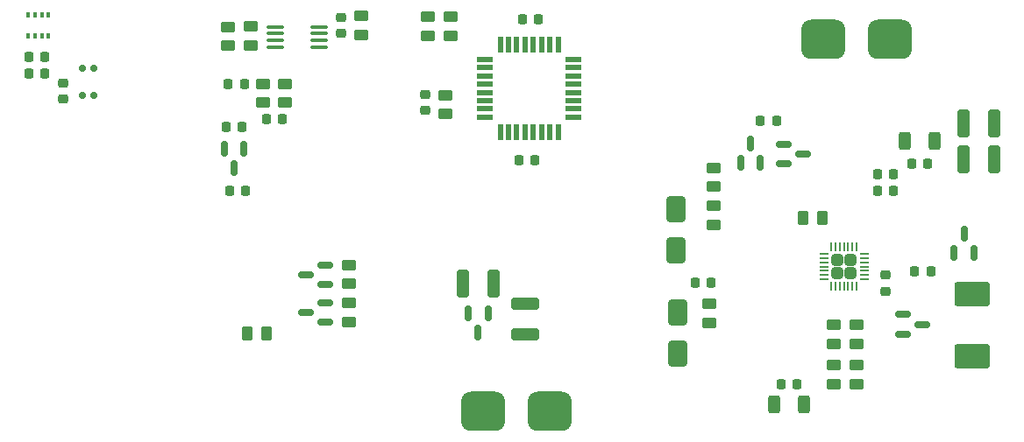
<source format=gbr>
%TF.GenerationSoftware,KiCad,Pcbnew,8.0.2-8.0.2-0~ubuntu22.04.1*%
%TF.CreationDate,2024-05-11T00:12:29+03:00*%
%TF.ProjectId,outdoor-module,6f757464-6f6f-4722-9d6d-6f64756c652e,rev?*%
%TF.SameCoordinates,Original*%
%TF.FileFunction,Paste,Top*%
%TF.FilePolarity,Positive*%
%FSLAX46Y46*%
G04 Gerber Fmt 4.6, Leading zero omitted, Abs format (unit mm)*
G04 Created by KiCad (PCBNEW 8.0.2-8.0.2-0~ubuntu22.04.1) date 2024-05-11 00:12:29*
%MOMM*%
%LPD*%
G01*
G04 APERTURE LIST*
G04 Aperture macros list*
%AMRoundRect*
0 Rectangle with rounded corners*
0 $1 Rounding radius*
0 $2 $3 $4 $5 $6 $7 $8 $9 X,Y pos of 4 corners*
0 Add a 4 corners polygon primitive as box body*
4,1,4,$2,$3,$4,$5,$6,$7,$8,$9,$2,$3,0*
0 Add four circle primitives for the rounded corners*
1,1,$1+$1,$2,$3*
1,1,$1+$1,$4,$5*
1,1,$1+$1,$6,$7*
1,1,$1+$1,$8,$9*
0 Add four rect primitives between the rounded corners*
20,1,$1+$1,$2,$3,$4,$5,0*
20,1,$1+$1,$4,$5,$6,$7,0*
20,1,$1+$1,$6,$7,$8,$9,0*
20,1,$1+$1,$8,$9,$2,$3,0*%
G04 Aperture macros list end*
%ADD10RoundRect,0.250000X-0.450000X0.262500X-0.450000X-0.262500X0.450000X-0.262500X0.450000X0.262500X0*%
%ADD11RoundRect,0.952500X-1.167500X-0.952500X1.167500X-0.952500X1.167500X0.952500X-1.167500X0.952500X0*%
%ADD12RoundRect,0.225000X-0.225000X-0.250000X0.225000X-0.250000X0.225000X0.250000X-0.225000X0.250000X0*%
%ADD13RoundRect,0.250000X-0.325000X-1.100000X0.325000X-1.100000X0.325000X1.100000X-0.325000X1.100000X0*%
%ADD14RoundRect,0.150000X-0.150000X0.587500X-0.150000X-0.587500X0.150000X-0.587500X0.150000X0.587500X0*%
%ADD15RoundRect,0.250000X0.450000X-0.262500X0.450000X0.262500X-0.450000X0.262500X-0.450000X-0.262500X0*%
%ADD16RoundRect,0.225000X0.225000X0.250000X-0.225000X0.250000X-0.225000X-0.250000X0.225000X-0.250000X0*%
%ADD17RoundRect,0.150000X0.587500X0.150000X-0.587500X0.150000X-0.587500X-0.150000X0.587500X-0.150000X0*%
%ADD18RoundRect,0.235000X-1.465000X0.940000X-1.465000X-0.940000X1.465000X-0.940000X1.465000X0.940000X0*%
%ADD19RoundRect,0.225000X0.250000X-0.225000X0.250000X0.225000X-0.250000X0.225000X-0.250000X-0.225000X0*%
%ADD20RoundRect,0.952500X1.167500X0.952500X-1.167500X0.952500X-1.167500X-0.952500X1.167500X-0.952500X0*%
%ADD21RoundRect,0.225000X-0.250000X0.225000X-0.250000X-0.225000X0.250000X-0.225000X0.250000X0.225000X0*%
%ADD22RoundRect,0.250000X-0.312500X-0.625000X0.312500X-0.625000X0.312500X0.625000X-0.312500X0.625000X0*%
%ADD23R,0.350000X0.500000*%
%ADD24RoundRect,0.250000X0.650000X-1.000000X0.650000X1.000000X-0.650000X1.000000X-0.650000X-1.000000X0*%
%ADD25C,0.700000*%
%ADD26R,0.550000X1.600000*%
%ADD27R,1.600000X0.550000*%
%ADD28RoundRect,0.150000X-0.587500X-0.150000X0.587500X-0.150000X0.587500X0.150000X-0.587500X0.150000X0*%
%ADD29RoundRect,0.100000X-0.712500X-0.100000X0.712500X-0.100000X0.712500X0.100000X-0.712500X0.100000X0*%
%ADD30RoundRect,0.250000X1.100000X-0.325000X1.100000X0.325000X-1.100000X0.325000X-1.100000X-0.325000X0*%
%ADD31RoundRect,0.250000X0.262500X0.450000X-0.262500X0.450000X-0.262500X-0.450000X0.262500X-0.450000X0*%
%ADD32RoundRect,0.250000X-0.315000X0.315000X-0.315000X-0.315000X0.315000X-0.315000X0.315000X0.315000X0*%
%ADD33RoundRect,0.050000X-0.050000X0.387500X-0.050000X-0.387500X0.050000X-0.387500X0.050000X0.387500X0*%
%ADD34RoundRect,0.050000X-0.387500X0.050000X-0.387500X-0.050000X0.387500X-0.050000X0.387500X0.050000X0*%
%ADD35RoundRect,0.250000X-0.262500X-0.450000X0.262500X-0.450000X0.262500X0.450000X-0.262500X0.450000X0*%
%ADD36RoundRect,0.150000X0.150000X-0.587500X0.150000X0.587500X-0.150000X0.587500X-0.150000X-0.587500X0*%
%ADD37RoundRect,0.250000X-0.650000X1.000000X-0.650000X-1.000000X0.650000X-1.000000X0.650000X1.000000X0*%
%ADD38RoundRect,0.250000X0.312500X0.625000X-0.312500X0.625000X-0.312500X-0.625000X0.312500X-0.625000X0*%
G04 APERTURE END LIST*
D10*
%TO.C,R3*%
X82800000Y-40987500D03*
X82800000Y-42812500D03*
%TD*%
%TO.C,R21*%
X107800000Y-68775000D03*
X107800000Y-70600000D03*
%TD*%
D11*
%TO.C,F1*%
X85975000Y-79200000D03*
X92385000Y-79200000D03*
%TD*%
D12*
%TO.C,C19*%
X61120000Y-51662500D03*
X62670000Y-51662500D03*
%TD*%
D13*
%TO.C,C34*%
X132325000Y-51300000D03*
X135275000Y-51300000D03*
%TD*%
D14*
%TO.C,U3*%
X86418750Y-69656250D03*
X84518750Y-69656250D03*
X85468750Y-71531250D03*
%TD*%
D13*
%TO.C,C35*%
X132325000Y-54800000D03*
X135275000Y-54800000D03*
%TD*%
D12*
%TO.C,C32*%
X127625000Y-65600000D03*
X129175000Y-65600000D03*
%TD*%
D15*
%TO.C,R2*%
X73000000Y-66812500D03*
X73000000Y-64987500D03*
%TD*%
D16*
%TO.C,C24*%
X125575000Y-56240000D03*
X124025000Y-56240000D03*
%TD*%
D10*
%TO.C,R6*%
X82280000Y-48587500D03*
X82280000Y-50412500D03*
%TD*%
%TO.C,R10*%
X63512500Y-41937500D03*
X63512500Y-43762500D03*
%TD*%
D16*
%TO.C,C1*%
X90975000Y-54900000D03*
X89425000Y-54900000D03*
%TD*%
D17*
%TO.C,Q1*%
X70700000Y-70550000D03*
X70700000Y-68650000D03*
X68825000Y-69600000D03*
%TD*%
D15*
%TO.C,R25*%
X64700000Y-49312500D03*
X64700000Y-47487500D03*
%TD*%
D13*
%TO.C,C20*%
X83993750Y-66793750D03*
X86943750Y-66793750D03*
%TD*%
D12*
%TO.C,C37*%
X61345000Y-47500000D03*
X62895000Y-47500000D03*
%TD*%
D10*
%TO.C,R8*%
X108200000Y-55587500D03*
X108200000Y-57412500D03*
%TD*%
D18*
%TO.C,L3*%
X133200000Y-67775000D03*
X133200000Y-73825000D03*
%TD*%
D19*
%TO.C,C33*%
X45400000Y-48975000D03*
X45400000Y-47425000D03*
%TD*%
D12*
%TO.C,C40*%
X65045000Y-50900000D03*
X66595000Y-50900000D03*
%TD*%
D20*
%TO.C,F2*%
X125225000Y-43200000D03*
X118815000Y-43200000D03*
%TD*%
D21*
%TO.C,C23*%
X72200000Y-41025000D03*
X72200000Y-42575000D03*
%TD*%
D16*
%TO.C,C39*%
X116275000Y-76500000D03*
X114725000Y-76500000D03*
%TD*%
D10*
%TO.C,R26*%
X66800000Y-47487500D03*
X66800000Y-49312500D03*
%TD*%
D16*
%TO.C,C2*%
X91275000Y-41200000D03*
X89725000Y-41200000D03*
%TD*%
D12*
%TO.C,C15*%
X61445000Y-57862500D03*
X62995000Y-57862500D03*
%TD*%
D22*
%TO.C,R16*%
X126637500Y-53000000D03*
X129562500Y-53000000D03*
%TD*%
D23*
%TO.C,U7*%
X42025000Y-40775000D03*
X42675000Y-40775000D03*
X43325000Y-40775000D03*
X43975000Y-40775000D03*
X43975000Y-42825000D03*
X43325000Y-42825000D03*
X42675000Y-42825000D03*
X42025000Y-42825000D03*
%TD*%
D24*
%TO.C,D3*%
X104600000Y-63600000D03*
X104600000Y-59600000D03*
%TD*%
D17*
%TO.C,Q2*%
X70688060Y-66900000D03*
X70688060Y-65000000D03*
X68813060Y-65950000D03*
%TD*%
D16*
%TO.C,C30*%
X107950000Y-66700000D03*
X106400000Y-66700000D03*
%TD*%
D12*
%TO.C,C25*%
X127325000Y-55200000D03*
X128875000Y-55200000D03*
%TD*%
D10*
%TO.C,R9*%
X108200000Y-59287500D03*
X108200000Y-61112500D03*
%TD*%
D14*
%TO.C,U5*%
X62870000Y-53787500D03*
X60970000Y-53787500D03*
X61920000Y-55662500D03*
%TD*%
D10*
%TO.C,R11*%
X61312500Y-41950000D03*
X61312500Y-43775000D03*
%TD*%
D25*
%TO.C,MK1*%
X47230000Y-48630000D03*
X47230000Y-45970000D03*
X48370000Y-45970000D03*
X48370000Y-48630000D03*
%TD*%
D15*
%TO.C,R24*%
X122000000Y-72600000D03*
X122000000Y-70775000D03*
%TD*%
D26*
%TO.C,U1*%
X87600000Y-52150000D03*
X88400000Y-52150000D03*
X89200000Y-52150000D03*
X90000000Y-52150000D03*
X90800000Y-52150000D03*
X91600000Y-52150000D03*
X92400000Y-52150000D03*
X93200000Y-52150000D03*
D27*
X94650000Y-50700000D03*
X94650000Y-49900000D03*
X94650000Y-49100000D03*
X94650000Y-48300000D03*
X94650000Y-47500000D03*
X94650000Y-46700000D03*
X94650000Y-45900000D03*
X94650000Y-45100000D03*
D26*
X93200000Y-43650000D03*
X92400000Y-43650000D03*
X91600000Y-43650000D03*
X90800000Y-43650000D03*
X90000000Y-43650000D03*
X89200000Y-43650000D03*
X88400000Y-43650000D03*
X87600000Y-43650000D03*
D27*
X86150000Y-45100000D03*
X86150000Y-45900000D03*
X86150000Y-46700000D03*
X86150000Y-47500000D03*
X86150000Y-48300000D03*
X86150000Y-49100000D03*
X86150000Y-49900000D03*
X86150000Y-50700000D03*
%TD*%
D15*
%TO.C,R1*%
X73000000Y-70512500D03*
X73000000Y-68687500D03*
%TD*%
D28*
%TO.C,Q4*%
X114962915Y-53319392D03*
X114962915Y-55219392D03*
X116837915Y-54269392D03*
%TD*%
D29*
%TO.C,U6*%
X65900000Y-41975000D03*
X65900000Y-42625000D03*
X65900000Y-43275000D03*
X65900000Y-43925000D03*
X70125000Y-43925000D03*
X70125000Y-43275000D03*
X70125000Y-42625000D03*
X70125000Y-41975000D03*
%TD*%
D12*
%TO.C,C17*%
X42100000Y-44900000D03*
X43650000Y-44900000D03*
%TD*%
%TO.C,C16*%
X42100000Y-46500000D03*
X43650000Y-46500000D03*
%TD*%
D30*
%TO.C,C14*%
X89968750Y-71668750D03*
X89968750Y-68718750D03*
%TD*%
D21*
%TO.C,C4*%
X80330000Y-48525000D03*
X80330000Y-50075000D03*
%TD*%
D10*
%TO.C,R5*%
X80600000Y-40987500D03*
X80600000Y-42812500D03*
%TD*%
D31*
%TO.C,R19*%
X118712500Y-60450000D03*
X116887500Y-60450000D03*
%TD*%
D32*
%TO.C,U8*%
X121450000Y-64500000D03*
X120150000Y-64500000D03*
X121450000Y-65800000D03*
X120150000Y-65800000D03*
D33*
X122000000Y-63212500D03*
X121600000Y-63212500D03*
X121200000Y-63212500D03*
X120800000Y-63212500D03*
X120400000Y-63212500D03*
X120000000Y-63212500D03*
X119600000Y-63212500D03*
D34*
X118862500Y-63950000D03*
X118862500Y-64350000D03*
X118862500Y-64750000D03*
X118862500Y-65150000D03*
X118862500Y-65550000D03*
X118862500Y-65950000D03*
X118862500Y-66350000D03*
D33*
X119600000Y-67087500D03*
X120000000Y-67087500D03*
X120400000Y-67087500D03*
X120800000Y-67087500D03*
X121200000Y-67087500D03*
X121600000Y-67087500D03*
X122000000Y-67087500D03*
D34*
X122737500Y-66350000D03*
X122737500Y-65950000D03*
X122737500Y-65550000D03*
X122737500Y-65150000D03*
X122737500Y-64750000D03*
X122737500Y-64350000D03*
X122737500Y-63950000D03*
%TD*%
D28*
%TO.C,Q6*%
X126525000Y-69787500D03*
X126525000Y-71687500D03*
X128400000Y-70737500D03*
%TD*%
D15*
%TO.C,R28*%
X119800000Y-72612500D03*
X119800000Y-70787500D03*
%TD*%
D10*
%TO.C,R15*%
X74200000Y-40887500D03*
X74200000Y-42712500D03*
%TD*%
D35*
%TO.C,R4*%
X63187500Y-71600000D03*
X65012500Y-71600000D03*
%TD*%
D12*
%TO.C,C21*%
X112725415Y-51069392D03*
X114275415Y-51069392D03*
%TD*%
D15*
%TO.C,R29*%
X122000000Y-76512500D03*
X122000000Y-74687500D03*
%TD*%
D16*
%TO.C,C27*%
X125575000Y-57800000D03*
X124025000Y-57800000D03*
%TD*%
D36*
%TO.C,Q5*%
X131450000Y-63875000D03*
X133350000Y-63875000D03*
X132400000Y-62000000D03*
%TD*%
%TO.C,Q3*%
X110800415Y-55106892D03*
X112700415Y-55106892D03*
X111750415Y-53231892D03*
%TD*%
D37*
%TO.C,D5*%
X104700000Y-69600000D03*
X104700000Y-73600000D03*
%TD*%
D10*
%TO.C,R30*%
X119800000Y-74687500D03*
X119800000Y-76512500D03*
%TD*%
D38*
%TO.C,R27*%
X116962500Y-78500000D03*
X114037500Y-78500000D03*
%TD*%
D21*
%TO.C,C26*%
X124800000Y-65975000D03*
X124800000Y-67525000D03*
%TD*%
M02*

</source>
